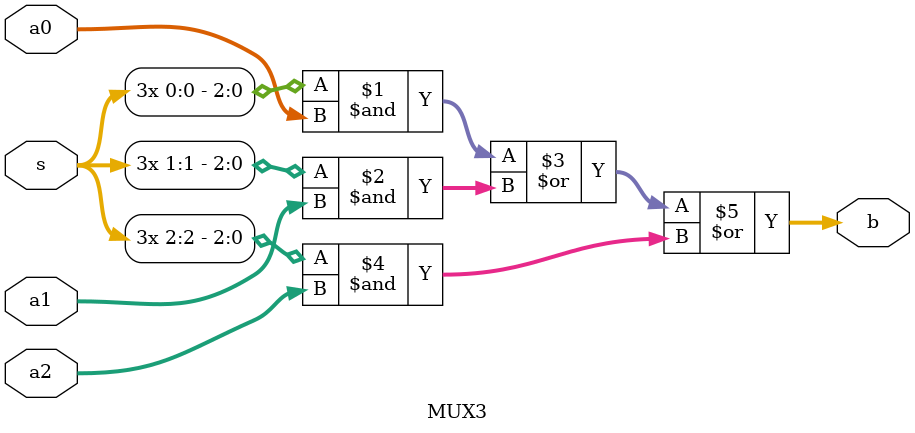
<source format=v>
`define Sa 6'b000000
`define Sdec 6'b000001
`define MOV1a 6'b000010
`define MOV2a 6'b000011
`define MOV2b 6'b000100
`define MOV2c 6'b000101
`define ADDa 6'b000110
`define ADDb 6'b000111
`define ADDc 6'b001000
`define ADDd 6'b001001
`define CMPa 6'b001010
`define CMPb 6'b001011
`define CMPc 6'b001100
`define ANDa 6'b001101
`define ANDb 6'b001110
`define ANDc 6'b001111
`define ANDd 6'b010000
`define MVNa 6'b010001
`define MVNb 6'b010010
`define MVNc 6'b010011

module cpu(clk,reset,s,load,in,out,N,V,Z,w);
  input clk, reset, s, load; 
  input [15:0] in;
  output [15:0] out;
  output N, V, Z, w;
wire [15:0] inregout, sximm5,sximm8;
wire [1:0] ALUop,shift,op,nsel;
wire [2:0] rwnum, opcode,readnum,writenum;
wire [15:0] mdata=16'b0;
wire [7:0] PC=8'b0;
wire loada,loadb,loadc,write,w,asel,bsel,loads;
wire [3:0] vsel;
assign readnum=rwnum;
assign writenum=rwnum;

loadEnableDP instructreg (in,load,clk,inregout); //instruction register
instructdec instruction (inregout,nsel,ALUop,sximm5,sximm8,shift,rwnum,opcode,op); //instruction decoder
datapath DP(clk, readnum, vsel, loada, loadb, shift, asel, bsel, ALUop, loadc, loads, writenum, write, {Z,N,V},out, PC, mdata, sximm8, sximm5); //datapath
statemach Controller(s,reset,clk,opcode,op,w,nsel,vsel,loada,loadb,asel,bsel,loadc,loads,write); //FSM
endmodule

module statemach (s,reset,clk,opcode,op,w,nsel,vsel,loada,loadb,asel,bsel,loadc,loads,write);//variation of code from slide set 7 slide #54
input clk,reset,s;
input [2:0] opcode;
input [1:0] op;
output loada,loadb,loadc,write,w,loads,asel,bsel;
output [3:0] vsel;
output [1:0] nsel;


wire [5:0] present_state, state_next_reset, state_next;
reg [19:0] next;
vDFFRF #(6) mach(clk,state_next_reset,present_state);
assign state_next_reset= reset ? 6'b0 : state_next;
always@(*)begin
  casex({present_state,s,opcode,op})
    {`Sa,6'b0_xxx_xx}:next={`Sa,14'b00_0_0_0_0_0000_0_0_0_1}; //reset state
    {`Sa,6'b1_xxx_xx}:next={`Sdec,14'b00_0_0_0_0_0000_0_0_0_1}; //decode state
  
    {`Sdec,6'bx_110_10}:next={`MOV1a,14'b10_0_0_0_0_0000_0_0_0_0}; //first instruct
    {`MOV1a,6'bx_110_10}:next={`Sa,14'b10_0_0_0_0_0010_1_0_0_0};
    
    {`Sdec,6'bx_110_00}:next={`MOV2a,14'b00_0_0_0_0_0000_0_0_0_0}; //second instruct
    {`MOV2a,6'bx_110_00}:next={`MOV2b,14'b00_0_1_0_0_0000_0_0_0_0};
    {`MOV2b,6'bx_110_00}:next={`MOV2c,14'b01_0_0_1_0_0000_0_1_0_0};
    {`MOV2c,6'bx_110_00}:next={`Sa,14'b01_0_0_0_0_1000_1_0_0_0};

    {`Sdec,6'bx_101_00}:next={`ADDa,14'b10_0_0_0_0_0000_0_0_0_0}; //third instruct
    {`ADDa,6'bx_101_00}:next={`ADDb,14'b10_1_0_0_0_0000_0_0_0_0};
    {`ADDb,6'bx_101_00}:next={`ADDc,14'b00_0_1_0_0_0000_0_0_0_0};
    {`ADDc,6'bx_101_00}:next={`ADDd,14'b00_0_0_1_0_0000_0_0_0_0};
    {`ADDd,6'bx_101_00}:next={`Sa,14'b01_0_0_0_0_1000_1_0_0_0};

    {`Sdec,6'bx_101_01}:next={`CMPa,14'b10_0_0_0_0_0000_0_0_0_0}; //fourth instruct
    {`CMPa,6'bx_101_01}:next={`CMPb,14'b10_1_0_0_0_0000_0_0_0_0};
    {`CMPb,6'bx_101_01}:next={`CMPc,14'b00_0_1_1_0_0000_0_0_0_0};
    {`CMPc,6'bx_101_01}:next={`Sa,14'b00_0_0_0_1_0000_0_0_0_0};

    {`Sdec,6'bx_101_10}:next={`ANDa,14'b10_0_0_0_0_0000_0_0_0_0}; //fifth instruct
    {`ANDa,6'bx_101_10}:next={`ANDb,14'b10_1_0_0_0_0000_0_0_0_0};
    {`ANDb,6'bx_101_10}:next={`ANDc,14'b00_0_1_0_0_0000_0_0_0_0};
    {`ANDc,6'bx_101_10}:next={`ANDd,14'b00_0_0_1_0_0000_0_0_0_0};
    {`ANDd,6'bx_101_10}:next={`Sa,14'b01_0_0_0_0_1000_1_0_0_0};

    {`Sdec,6'bx_101_11}:next={`MVNa,14'b00_0_0_0_0_0000_0_0_0_0}; //sixth instruct
    {`MVNa,6'bx_101_11}:next={`MVNb,14'b00_0_1_0_0_0000_0_0_0_0};
    {`MVNb,6'bx_101_11}:next={`MVNc,14'b00_0_0_1_0_0000_0_1_0_0};
    {`MVNc,6'bx_101_11}:next={`Sa,14'b01_0_0_0_0_1000_1_0_0_0};

  default: next=20'bx;
  endcase
end
assign {state_next,nsel,loada,loadb,loadc,loads,vsel,write,asel,bsel,w}=next; //assigns values to output according to state
endmodule

module instructdec (in,nsel,ALUop,sximm5,sximm8,shift,rwnum,opcode,op);
  input [15:0] in;
  input [1:0] nsel;
  output [15:0] sximm5,sximm8;
  output reg [1:0] ALUop, shift,op;
  output reg [2:0] opcode;
  output [2:0] rwnum;
reg [4:0] imm5;
reg [7:0] imm8;
reg [2:0] Rn,Rd,Rm;

assign sximm5={{11{imm5[4]}},imm5};
assign sximm8={{8{imm8[7]}},imm8};
MUXb3 #(3) m3(Rn,Rd,Rm,nsel,rwnum);

always @* begin
  casex (in)
  16'b110_10_xxx_xxx_xx_xxx: {opcode,ALUop,op,imm5,imm8,shift,Rn,Rd,Rm}={3'b110,2'b0,in[12:11],5'b0,in[7:0],2'b0,in[10:8],3'b0,3'b0};//mov #im8
  16'b110_00_xxx_xxx_xx_xxx: {opcode,ALUop,op,imm5,imm8,shift,Rn,Rd,Rm}={3'b110,2'b0,in[12:11],5'b0,8'b0,in[4:3],3'b0,in[7:5],in[2:0]};//mov shifter


  16'b101_00_xxx_xxx_xx_xxx: {opcode,ALUop,op,imm5,imm8,shift,Rn,Rd,Rm}={3'b101,in[12:11],2'b0,5'b0,8'b0,in[4:3],in[10:8],in[7:5],in[2:0]};//add
  16'b101_01_xxx_xxx_xx_xxx: {opcode,ALUop,op,imm5,imm8,shift,Rn,Rd,Rm}={3'b101,in[12:11],2'b01,5'b0,8'b0,in[4:3],in[10:8],3'b0,in[2:0]};//cmp
  16'b101_10_xxx_xxx_xx_xxx: {opcode,ALUop,op,imm5,imm8,shift,Rn,Rd,Rm}={3'b101,in[12:11],2'b10,5'b0,8'b0,in[4:3],in[10:8],in[7:5],in[2:0]};//and
  16'b101_11_xxx_xxx_xx_xxx: {opcode,ALUop,op,imm5,imm8,shift,Rn,Rd,Rm}={3'b101,in[12:11],2'b11,5'b0,8'b0,in[4:3],3'b0,in[7:5],in[2:0]};//mvn
default{opcode,ALUop,op,imm5,imm8,shift,Rn,Rd,Rm}=31'bx;
endcase
end
endmodule


module MUXb3 (a2,a1,a0,nsel,rwnum);//code from slideset 6 slide #24
  parameter k=3;
  input [k-1:0] a0,a1,a2;
  input [1:0] nsel;
  output [k-1:0] rwnum;
  wire [2:0] s;
  
  DecoderRF #(2,3) d(nsel,s);
  MUX3 #(k) m(a2,a1,a0,s,rwnum);
endmodule

module MUX3 (a2,a1,a0,s,b);//code from slideset 6 slide #20
  parameter k=3;
  input [k-1:0] a0,a1,a2;
  input [2:0] s;
  output [k-1:0] b;
  assign b=({k{s[0]}}&a0)|({k{s[1]}}&a1)|({k{s[2]}}&a2);
endmodule

</source>
